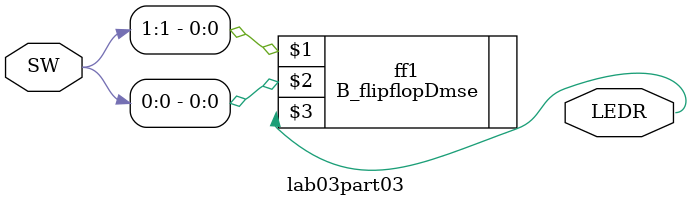
<source format=v>
module lab03part03(
	input  [1:0]SW,
	output [0:0]LEDR/*,
	output [2:0]LEDG*/
);
	/*	assign LEDG[0] = LEDR[0];
		assign LEDG[1] = SW[0];
		assign LEDG[2] = SW[1];	*/
	B_flipflopDmse ff1(SW[1], SW[0], LEDR[0]);
endmodule




</source>
